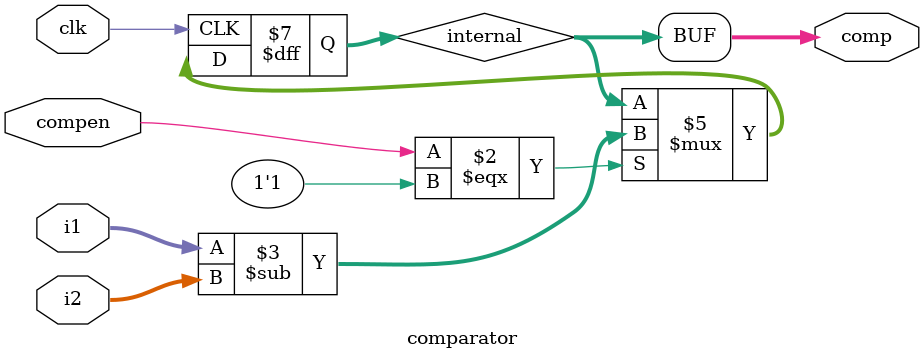
<source format=v>
/*JB Bahrenburg
* comparator.v
* This module "compares" the values of two inputs by subtracting the
* difference and storing it. Then the controller will determine the result of
* conditional statements based on the stored value.
* INPUTS: two 32-bit numbers to be compared, an enable bit and a clock
* OUTPUTS: the 32-bit result of the subtraction*/
module comparator (
	input [31:0] i1, i2,
	input compen, clk,
	output [31:0] comp
);
	reg [31:0] internal;

	always @ (negedge clk) begin
		if(compen === 1)
			internal = i1-i2;	// if enabled then subtract
		else
			internal = internal;	// otherwise store the same result
	end

	assign comp = internal;	// assigning the output to the stored value
endmodule

</source>
